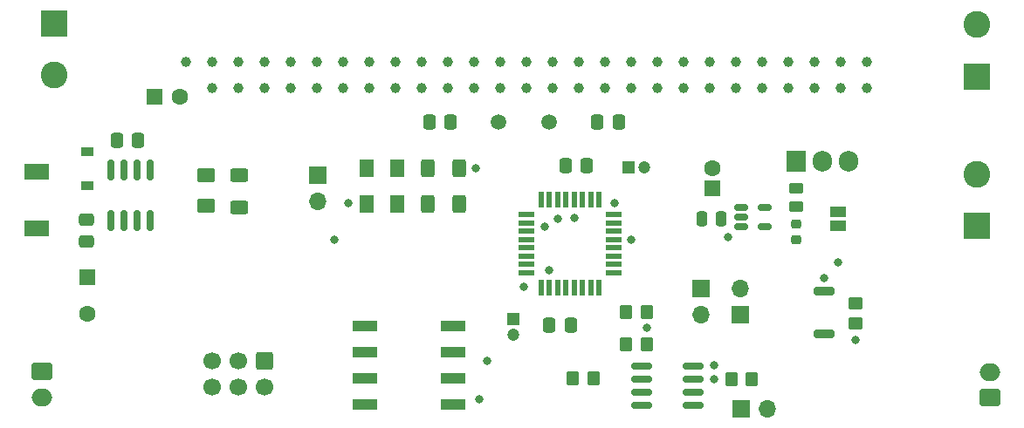
<source format=gbr>
%TF.GenerationSoftware,KiCad,Pcbnew,(6.0.11)*%
%TF.CreationDate,2023-02-12T20:14:36+01:00*%
%TF.ProjectId,DMX_PWM_LED_Driver,444d585f-5057-44d5-9f4c-45445f447269,rev?*%
%TF.SameCoordinates,Original*%
%TF.FileFunction,Soldermask,Top*%
%TF.FilePolarity,Negative*%
%FSLAX46Y46*%
G04 Gerber Fmt 4.6, Leading zero omitted, Abs format (unit mm)*
G04 Created by KiCad (PCBNEW (6.0.11)) date 2023-02-12 20:14:36*
%MOMM*%
%LPD*%
G01*
G04 APERTURE LIST*
G04 Aperture macros list*
%AMRoundRect*
0 Rectangle with rounded corners*
0 $1 Rounding radius*
0 $2 $3 $4 $5 $6 $7 $8 $9 X,Y pos of 4 corners*
0 Add a 4 corners polygon primitive as box body*
4,1,4,$2,$3,$4,$5,$6,$7,$8,$9,$2,$3,0*
0 Add four circle primitives for the rounded corners*
1,1,$1+$1,$2,$3*
1,1,$1+$1,$4,$5*
1,1,$1+$1,$6,$7*
1,1,$1+$1,$8,$9*
0 Add four rect primitives between the rounded corners*
20,1,$1+$1,$2,$3,$4,$5,0*
20,1,$1+$1,$4,$5,$6,$7,0*
20,1,$1+$1,$6,$7,$8,$9,0*
20,1,$1+$1,$8,$9,$2,$3,0*%
G04 Aperture macros list end*
%ADD10RoundRect,0.249999X0.450001X-0.350001X0.450001X0.350001X-0.450001X0.350001X-0.450001X-0.350001X0*%
%ADD11RoundRect,0.200000X-0.800000X0.200000X-0.800000X-0.200000X0.800000X-0.200000X0.800000X0.200000X0*%
%ADD12R,0.550000X1.600000*%
%ADD13R,1.600000X0.550000*%
%ADD14RoundRect,0.150000X-0.825000X-0.150000X0.825000X-0.150000X0.825000X0.150000X-0.825000X0.150000X0*%
%ADD15R,1.700000X1.700000*%
%ADD16O,1.700000X1.700000*%
%ADD17RoundRect,0.250000X-0.750000X0.600000X-0.750000X-0.600000X0.750000X-0.600000X0.750000X0.600000X0*%
%ADD18O,2.000000X1.700000*%
%ADD19R,2.600000X2.600000*%
%ADD20C,2.600000*%
%ADD21RoundRect,0.250000X0.750000X-0.600000X0.750000X0.600000X-0.750000X0.600000X-0.750000X-0.600000X0*%
%ADD22RoundRect,0.249999X0.350001X0.450001X-0.350001X0.450001X-0.350001X-0.450001X0.350001X-0.450001X0*%
%ADD23RoundRect,0.249999X-0.350001X-0.450001X0.350001X-0.450001X0.350001X0.450001X-0.350001X0.450001X0*%
%ADD24R,1.200000X1.200000*%
%ADD25C,1.200000*%
%ADD26RoundRect,0.250000X-0.600000X0.600000X-0.600000X-0.600000X0.600000X-0.600000X0.600000X0.600000X0*%
%ADD27C,1.700000*%
%ADD28RoundRect,0.250000X0.337500X0.475000X-0.337500X0.475000X-0.337500X-0.475000X0.337500X-0.475000X0*%
%ADD29RoundRect,0.250000X-0.625000X0.400000X-0.625000X-0.400000X0.625000X-0.400000X0.625000X0.400000X0*%
%ADD30R,2.440000X1.120000*%
%ADD31RoundRect,0.250000X-0.462500X-0.625000X0.462500X-0.625000X0.462500X0.625000X-0.462500X0.625000X0*%
%ADD32RoundRect,0.250000X-0.400000X-0.625000X0.400000X-0.625000X0.400000X0.625000X-0.400000X0.625000X0*%
%ADD33RoundRect,0.250000X-0.475000X0.337500X-0.475000X-0.337500X0.475000X-0.337500X0.475000X0.337500X0*%
%ADD34R,1.200000X0.900000*%
%ADD35R,2.400000X1.500000*%
%ADD36RoundRect,0.150000X0.150000X-0.825000X0.150000X0.825000X-0.150000X0.825000X-0.150000X-0.825000X0*%
%ADD37R,1.600000X1.600000*%
%ADD38C,1.600000*%
%ADD39C,1.500000*%
%ADD40RoundRect,0.250000X-0.337500X-0.475000X0.337500X-0.475000X0.337500X0.475000X-0.337500X0.475000X0*%
%ADD41RoundRect,0.250000X0.625000X-0.462500X0.625000X0.462500X-0.625000X0.462500X-0.625000X-0.462500X0*%
%ADD42RoundRect,0.225000X-0.250000X0.225000X-0.250000X-0.225000X0.250000X-0.225000X0.250000X0.225000X0*%
%ADD43RoundRect,0.250000X0.450000X-0.262500X0.450000X0.262500X-0.450000X0.262500X-0.450000X-0.262500X0*%
%ADD44R,1.500000X1.000000*%
%ADD45R,1.905000X2.000000*%
%ADD46O,1.905000X2.000000*%
%ADD47RoundRect,0.150000X-0.512500X-0.150000X0.512500X-0.150000X0.512500X0.150000X-0.512500X0.150000X0*%
%ADD48RoundRect,0.250000X0.250000X0.475000X-0.250000X0.475000X-0.250000X-0.475000X0.250000X-0.475000X0*%
%ADD49C,1.000000*%
%ADD50C,0.800000*%
G04 APERTURE END LIST*
D10*
%TO.C,R3*%
X103010000Y-53371000D03*
X103010000Y-51371000D03*
%TD*%
D11*
%TO.C,SW1*%
X99960000Y-50171000D03*
X99960000Y-54371000D03*
%TD*%
D12*
%TO.C,U3*%
X78120000Y-41330000D03*
X77320000Y-41330000D03*
X76520000Y-41330000D03*
X75720000Y-41330000D03*
X74920000Y-41330000D03*
X74120000Y-41330000D03*
X73320000Y-41330000D03*
X72520000Y-41330000D03*
D13*
X71070000Y-42780000D03*
X71070000Y-43580000D03*
X71070000Y-44380000D03*
X71070000Y-45180000D03*
X71070000Y-45980000D03*
X71070000Y-46780000D03*
X71070000Y-47580000D03*
X71070000Y-48380000D03*
D12*
X72520000Y-49830000D03*
X73320000Y-49830000D03*
X74120000Y-49830000D03*
X74920000Y-49830000D03*
X75720000Y-49830000D03*
X76520000Y-49830000D03*
X77320000Y-49830000D03*
X78120000Y-49830000D03*
D13*
X79570000Y-48380000D03*
X79570000Y-47580000D03*
X79570000Y-46780000D03*
X79570000Y-45980000D03*
X79570000Y-45180000D03*
X79570000Y-44380000D03*
X79570000Y-43580000D03*
X79570000Y-42780000D03*
%TD*%
D14*
%TO.C,U2*%
X82280000Y-57460000D03*
X82280000Y-58730000D03*
X82280000Y-60000000D03*
X82280000Y-61270000D03*
X87230000Y-61270000D03*
X87230000Y-60000000D03*
X87230000Y-58730000D03*
X87230000Y-57460000D03*
%TD*%
D15*
%TO.C,JP3*%
X91900000Y-61650000D03*
D16*
X94440000Y-61650000D03*
%TD*%
D17*
%TO.C,J6*%
X24081000Y-58000000D03*
D18*
X24081000Y-60500000D03*
%TD*%
D19*
%TO.C,J2*%
X25280000Y-24180000D03*
D20*
X25280000Y-29180000D03*
%TD*%
D19*
%TO.C,J3*%
X114800000Y-29330000D03*
D20*
X114800000Y-24330000D03*
%TD*%
D21*
%TO.C,J5*%
X116010000Y-60550000D03*
D18*
X116010000Y-58050000D03*
%TD*%
D22*
%TO.C,R1*%
X77581000Y-58674000D03*
X75581000Y-58674000D03*
%TD*%
D23*
%TO.C,R5*%
X90940000Y-58710000D03*
X92940000Y-58710000D03*
%TD*%
D24*
%TO.C,C6*%
X81026000Y-38150800D03*
D25*
X82526000Y-38150800D03*
%TD*%
D24*
%TO.C,C7*%
X69850000Y-52900000D03*
D25*
X69850000Y-54400000D03*
%TD*%
D23*
%TO.C,R4*%
X80772000Y-55372000D03*
X82772000Y-55372000D03*
%TD*%
D26*
%TO.C,J1*%
X45669000Y-56987500D03*
D27*
X45669000Y-59527500D03*
X43129000Y-56987500D03*
X43129000Y-59527500D03*
X40589000Y-56987500D03*
X40589000Y-59527500D03*
%TD*%
D28*
%TO.C,C1*%
X76935000Y-37970000D03*
X74860000Y-37970000D03*
%TD*%
D29*
%TO.C,R9*%
X43230800Y-38963600D03*
X43230800Y-42063600D03*
%TD*%
D30*
%TO.C,SW2*%
X55385000Y-53594000D03*
X55385000Y-56134000D03*
X55385000Y-58674000D03*
X55385000Y-61214000D03*
X63995000Y-61214000D03*
X63995000Y-58674000D03*
X63995000Y-56134000D03*
X63995000Y-53594000D03*
%TD*%
D31*
%TO.C,D2*%
X55612500Y-38300000D03*
X58587500Y-38300000D03*
%TD*%
%TO.C,D3*%
X55612500Y-41690000D03*
X58587500Y-41690000D03*
%TD*%
D15*
%TO.C,JP2*%
X50866000Y-38930000D03*
D16*
X50866000Y-41470000D03*
%TD*%
D32*
%TO.C,R7*%
X61495000Y-38300000D03*
X64595000Y-38300000D03*
%TD*%
%TO.C,R8*%
X61495000Y-41700000D03*
X64595000Y-41700000D03*
%TD*%
D28*
%TO.C,C11*%
X33447900Y-35560000D03*
X31372900Y-35560000D03*
%TD*%
D33*
%TO.C,C13*%
X28448000Y-43289400D03*
X28448000Y-45364400D03*
%TD*%
D34*
%TO.C,D6*%
X28498800Y-36677600D03*
X28498800Y-39977600D03*
%TD*%
D35*
%TO.C,L3*%
X23596600Y-38613900D03*
X23596600Y-44113900D03*
%TD*%
D36*
%TO.C,U4*%
X30759400Y-43369000D03*
X32029400Y-43369000D03*
X33299400Y-43369000D03*
X34569400Y-43369000D03*
X34569400Y-38419000D03*
X33299400Y-38419000D03*
X32029400Y-38419000D03*
X30759400Y-38419000D03*
%TD*%
D23*
%TO.C,R6*%
X80772000Y-52197000D03*
X82772000Y-52197000D03*
%TD*%
D37*
%TO.C,C8*%
X34988500Y-31305500D03*
D38*
X37488500Y-31305500D03*
%TD*%
D37*
%TO.C,C12*%
X28498800Y-48869600D03*
D38*
X28498800Y-52369600D03*
%TD*%
D39*
%TO.C,Y1*%
X73279000Y-33782000D03*
X68399000Y-33782000D03*
%TD*%
D40*
%TO.C,C3*%
X77978000Y-33782000D03*
X80053000Y-33782000D03*
%TD*%
%TO.C,C4*%
X61679000Y-33782000D03*
X63754000Y-33782000D03*
%TD*%
D15*
%TO.C,JP4*%
X88011000Y-49911000D03*
D16*
X88011000Y-52451000D03*
%TD*%
D15*
%TO.C,JP5*%
X91821000Y-52451000D03*
D16*
X91821000Y-49911000D03*
%TD*%
D19*
%TO.C,J4*%
X114808000Y-43815000D03*
D20*
X114808000Y-38815000D03*
%TD*%
D40*
%TO.C,C5*%
X73312500Y-53500000D03*
X75387500Y-53500000D03*
%TD*%
D41*
%TO.C,D4*%
X40030400Y-41938600D03*
X40030400Y-38963600D03*
%TD*%
D42*
%TO.C,C10*%
X97282000Y-43675000D03*
X97282000Y-45225000D03*
%TD*%
D43*
%TO.C,R2*%
X97282000Y-42004500D03*
X97282000Y-40179500D03*
%TD*%
D44*
%TO.C,JP1*%
X101346000Y-43830000D03*
X101346000Y-42530000D03*
%TD*%
D37*
%TO.C,C9*%
X89154000Y-40227000D03*
D38*
X89154000Y-38227000D03*
%TD*%
D45*
%TO.C,Q1*%
X97282000Y-37592000D03*
D46*
X99822000Y-37592000D03*
X102362000Y-37592000D03*
%TD*%
D47*
%TO.C,U1*%
X91953500Y-42047000D03*
X91953500Y-42997000D03*
X91953500Y-43947000D03*
X94228500Y-43947000D03*
X94228500Y-42047000D03*
%TD*%
D48*
%TO.C,C2*%
X89977000Y-43180000D03*
X88077000Y-43180000D03*
%TD*%
D49*
X40640000Y-30480000D03*
X78740000Y-30480000D03*
X48260000Y-30480000D03*
X43180000Y-30480000D03*
X55880000Y-30480000D03*
X86360000Y-30480000D03*
X86360000Y-27940000D03*
X91440000Y-30480000D03*
X55880000Y-27940000D03*
X104140000Y-27940000D03*
X99060000Y-27940000D03*
X68580000Y-30480000D03*
X60960000Y-27940000D03*
X76200000Y-30480000D03*
X81280000Y-30480000D03*
X40640000Y-27940000D03*
X101600000Y-30480000D03*
X43180000Y-27940000D03*
X99060000Y-30480000D03*
X83820000Y-30480000D03*
X53340000Y-27940000D03*
X58420000Y-30480000D03*
X71120000Y-27940000D03*
X38100000Y-27940000D03*
X68580000Y-27940000D03*
X73660000Y-30480000D03*
X73660000Y-27940000D03*
X101600000Y-27940000D03*
X88900000Y-27940000D03*
X63500000Y-27940000D03*
X76200000Y-27940000D03*
X91440000Y-27940000D03*
X45720000Y-30480000D03*
X58420000Y-27940000D03*
X50800000Y-27940000D03*
X53340000Y-30480000D03*
X81280000Y-27940000D03*
X96520000Y-30480000D03*
X45720000Y-27940000D03*
X63500000Y-30480000D03*
X104140000Y-30480000D03*
X83820000Y-27940000D03*
X66040000Y-30480000D03*
X50800000Y-30480000D03*
X60960000Y-30480000D03*
X96520000Y-27940000D03*
X48260000Y-27940000D03*
X71120000Y-30480000D03*
X93980000Y-30480000D03*
X78740000Y-27940000D03*
X88900000Y-30480000D03*
X93980000Y-27940000D03*
X66040000Y-27940000D03*
D50*
X101346000Y-47371000D03*
X72847200Y-43891200D03*
X90678000Y-44958000D03*
X103010000Y-54971000D03*
X75710000Y-43110000D03*
X73320000Y-48180000D03*
X82740500Y-53784500D03*
X89281000Y-57404000D03*
X74100000Y-43130000D03*
X66200000Y-38300000D03*
X66484500Y-60706000D03*
X70866000Y-49784000D03*
X67310000Y-56959500D03*
X89317000Y-58710000D03*
X79603600Y-41605200D03*
X53848000Y-41605200D03*
X52425600Y-45161200D03*
X99949000Y-48895000D03*
X81280000Y-45212000D03*
M02*

</source>
